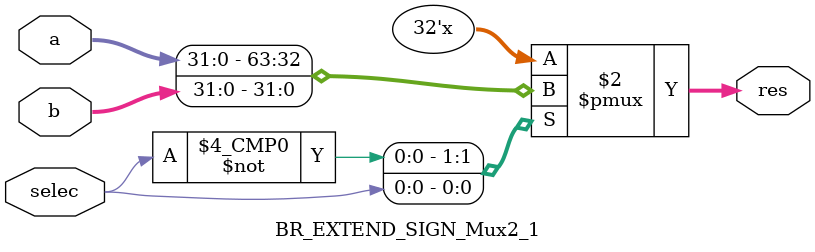
<source format=v>
module BR_EXTEND_SIGN_Mux2_1(
    input [31:0] a,
    input [31:0] b,
    input selec,
    output reg [31:0] res
);

always @*
begin
    
    case (selec)

    1'b0:
    begin
        res = a;
        
    end

    1'b1:
    begin
        res = b;
    end
    endcase

end
endmodule


</source>
